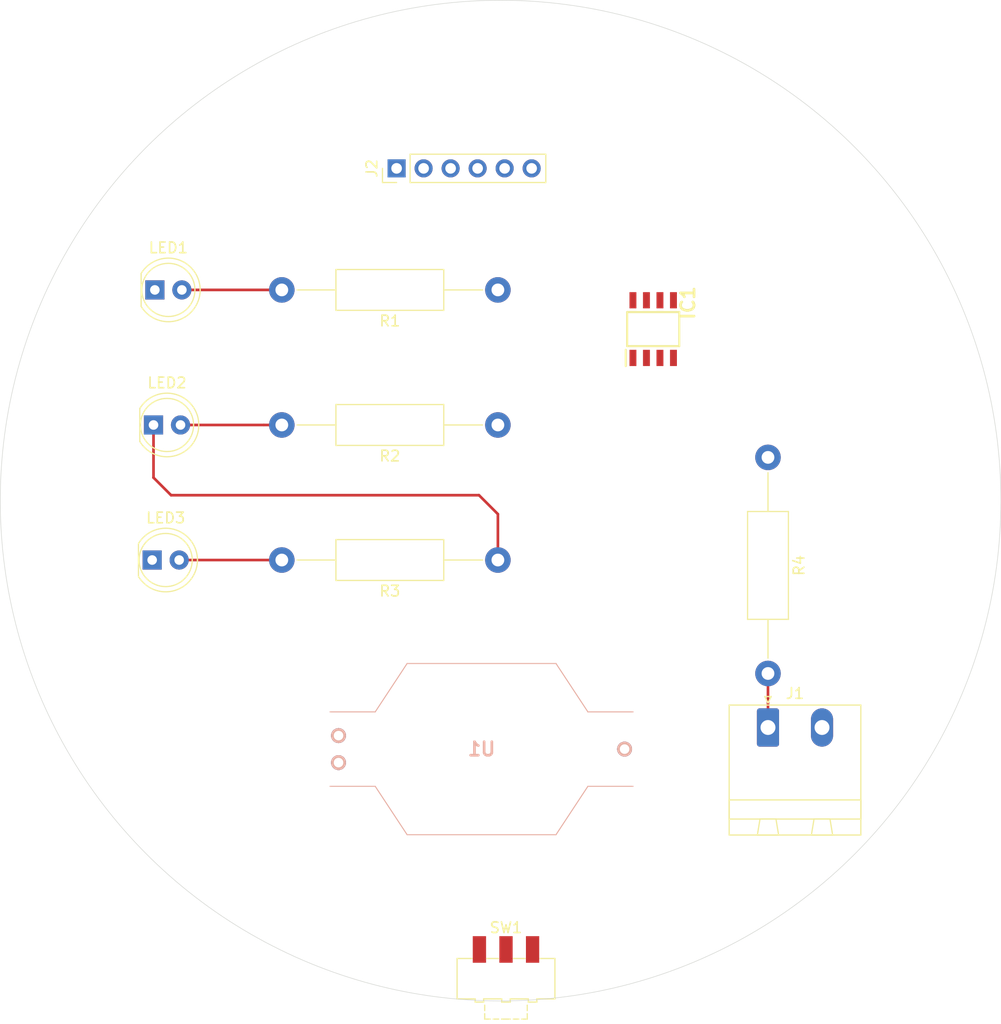
<source format=kicad_pcb>
(kicad_pcb (version 20171130) (host pcbnew "(5.1.5)-3")

  (general
    (thickness 1.6)
    (drawings 1)
    (tracks 10)
    (zones 0)
    (modules 12)
    (nets 15)
  )

  (page A4)
  (title_block
    (title Ampelschaltung)
  )

  (layers
    (0 F.Cu signal)
    (31 B.Cu signal)
    (32 B.Adhes user)
    (33 F.Adhes user)
    (34 B.Paste user)
    (35 F.Paste user)
    (36 B.SilkS user)
    (37 F.SilkS user)
    (38 B.Mask user)
    (39 F.Mask user)
    (40 Dwgs.User user)
    (41 Cmts.User user)
    (42 Eco1.User user)
    (43 Eco2.User user)
    (44 Edge.Cuts user)
    (45 Margin user)
    (46 B.CrtYd user)
    (47 F.CrtYd user)
    (48 B.Fab user)
    (49 F.Fab user)
  )

  (setup
    (last_trace_width 0.25)
    (trace_clearance 0.25)
    (zone_clearance 0.508)
    (zone_45_only no)
    (trace_min 0.25)
    (via_size 0.6)
    (via_drill 0.4)
    (via_min_size 0.4)
    (via_min_drill 0.3)
    (uvia_size 0.3)
    (uvia_drill 0.1)
    (uvias_allowed no)
    (uvia_min_size 0.2)
    (uvia_min_drill 0.1)
    (edge_width 0.05)
    (segment_width 0.2)
    (pcb_text_width 0.3)
    (pcb_text_size 1.5 1.5)
    (mod_edge_width 0.12)
    (mod_text_size 1 1)
    (mod_text_width 0.15)
    (pad_size 1.524 1.524)
    (pad_drill 0.762)
    (pad_to_mask_clearance 0.051)
    (solder_mask_min_width 0.25)
    (aux_axis_origin 0 0)
    (visible_elements 7FFFFFFF)
    (pcbplotparams
      (layerselection 0x010fc_ffffffff)
      (usegerberextensions false)
      (usegerberattributes false)
      (usegerberadvancedattributes false)
      (creategerberjobfile false)
      (excludeedgelayer true)
      (linewidth 0.100000)
      (plotframeref false)
      (viasonmask false)
      (mode 1)
      (useauxorigin false)
      (hpglpennumber 1)
      (hpglpenspeed 20)
      (hpglpendiameter 15.000000)
      (psnegative false)
      (psa4output false)
      (plotreference true)
      (plotvalue true)
      (plotinvisibletext false)
      (padsonsilk false)
      (subtractmaskfromsilk false)
      (outputformat 1)
      (mirror false)
      (drillshape 1)
      (scaleselection 1)
      (outputdirectory ""))
  )

  (net 0 "")
  (net 1 PB7-LEDs)
  (net 2 +3V3)
  (net 3 GND)
  (net 4 Conn-RST)
  (net 5 PA8-LEDs)
  (net 6 PA12-ReceivePin-kS)
  (net 7 Conn-SWDIO)
  (net 8 Conn-SWCLK)
  (net 9 PA12ReceivePin-kS)
  (net 10 Conn-SWIM)
  (net 11 "Net-(LED1-Pad2)")
  (net 12 "Net-(LED2-Pad2)")
  (net 13 "Net-(LED3-Pad2)")
  (net 14 "Net-(SW1-Pad3)")

  (net_class Default "Dies ist die voreingestellte Netzklasse."
    (clearance 0.25)
    (trace_width 0.25)
    (via_dia 0.6)
    (via_drill 0.4)
    (uvia_dia 0.3)
    (uvia_drill 0.1)
    (diff_pair_width 0.25)
    (diff_pair_gap 0.25)
    (add_net +3V3)
    (add_net Conn-RST)
    (add_net Conn-SWCLK)
    (add_net Conn-SWDIO)
    (add_net Conn-SWIM)
    (add_net GND)
    (add_net "Net-(LED1-Pad2)")
    (add_net "Net-(LED2-Pad2)")
    (add_net "Net-(LED3-Pad2)")
    (add_net "Net-(SW1-Pad3)")
    (add_net PA12-ReceivePin-kS)
    (add_net PA12ReceivePin-kS)
    (add_net PA8-LEDs)
    (add_net PB7-LEDs)
  )

  (module STM32G031J6M6:SOIC127P600X175-8N (layer F.Cu) (tedit 5EE3803F) (tstamp 5EF460FB)
    (at 156.845 92.075 90)
    (descr SO8N-A)
    (tags "Integrated Circuit")
    (path /5EE382F6)
    (attr smd)
    (fp_text reference IC1 (at 2.459999 3.264999 90) (layer F.SilkS)
      (effects (font (size 1.27 1.27) (thickness 0.254)))
    )
    (fp_text value STM32G031J6M6 (at 0 0 90) (layer F.SilkS) hide
      (effects (font (size 1.27 1.27) (thickness 0.254)))
    )
    (fp_line (start -3.475 -2.58) (end -1.95 -2.58) (layer F.SilkS) (width 0.2))
    (fp_line (start -1.6 2.45) (end -1.6 -2.45) (layer F.SilkS) (width 0.2))
    (fp_line (start 1.6 2.45) (end -1.6 2.45) (layer F.SilkS) (width 0.2))
    (fp_line (start 1.6 -2.45) (end 1.6 2.45) (layer F.SilkS) (width 0.2))
    (fp_line (start -1.6 -2.45) (end 1.6 -2.45) (layer F.SilkS) (width 0.2))
    (fp_line (start -1.95 -1.18) (end -0.68 -2.45) (layer Dwgs.User) (width 0.1))
    (fp_line (start -1.95 2.45) (end -1.95 -2.45) (layer Dwgs.User) (width 0.1))
    (fp_line (start 1.95 2.45) (end -1.95 2.45) (layer Dwgs.User) (width 0.1))
    (fp_line (start 1.95 -2.45) (end 1.95 2.45) (layer Dwgs.User) (width 0.1))
    (fp_line (start -1.95 -2.45) (end 1.95 -2.45) (layer Dwgs.User) (width 0.1))
    (fp_line (start -3.725 2.75) (end -3.725 -2.75) (layer Dwgs.User) (width 0.05))
    (fp_line (start 3.725 2.75) (end -3.725 2.75) (layer Dwgs.User) (width 0.05))
    (fp_line (start 3.725 -2.75) (end 3.725 2.75) (layer Dwgs.User) (width 0.05))
    (fp_line (start -3.725 -2.75) (end 3.725 -2.75) (layer Dwgs.User) (width 0.05))
    (pad 8 smd rect (at 2.712 -1.905 180) (size 0.65 1.525) (layers F.Cu F.Paste F.Mask)
      (net 8 Conn-SWCLK))
    (pad 7 smd rect (at 2.712 -0.635 180) (size 0.65 1.525) (layers F.Cu F.Paste F.Mask)
      (net 7 Conn-SWDIO))
    (pad 6 smd rect (at 2.712 0.635 180) (size 0.65 1.525) (layers F.Cu F.Paste F.Mask)
      (net 6 PA12-ReceivePin-kS))
    (pad 5 smd rect (at 2.712 1.905 180) (size 0.65 1.525) (layers F.Cu F.Paste F.Mask)
      (net 5 PA8-LEDs))
    (pad 4 smd rect (at -2.712 1.905 180) (size 0.65 1.525) (layers F.Cu F.Paste F.Mask)
      (net 4 Conn-RST))
    (pad 3 smd rect (at -2.712 0.635 180) (size 0.65 1.525) (layers F.Cu F.Paste F.Mask)
      (net 3 GND))
    (pad 2 smd rect (at -2.712 -0.635 180) (size 0.65 1.525) (layers F.Cu F.Paste F.Mask)
      (net 2 +3V3))
    (pad 1 smd rect (at -2.712 -1.905 180) (size 0.65 1.525) (layers F.Cu F.Paste F.Mask)
      (net 1 PB7-LEDs))
  )

  (module Connector_Phoenix_MSTB:PhoenixContact_MSTBA_2,5_2-G-5,08_1x02_P5.08mm_Horizontal (layer F.Cu) (tedit 5B785047) (tstamp 5EF4611F)
    (at 167.64 129.54)
    (descr "Generic Phoenix Contact connector footprint for: MSTBA_2,5/2-G-5,08; number of pins: 02; pin pitch: 5.08mm; Angled || order number: 1757242 12A || order number: 1923869 16A (HC)")
    (tags "phoenix_contact connector MSTBA_01x02_G_5.08mm")
    (path /5EF35B4C)
    (fp_text reference J1 (at 2.54 -3.2) (layer F.SilkS)
      (effects (font (size 1 1) (thickness 0.15)))
    )
    (fp_text value Conn_01x01 (at 2.54 11.2) (layer F.Fab)
      (effects (font (size 1 1) (thickness 0.15)))
    )
    (fp_line (start -3.65 -2.11) (end -3.65 10.11) (layer F.SilkS) (width 0.12))
    (fp_line (start -3.65 10.11) (end 8.73 10.11) (layer F.SilkS) (width 0.12))
    (fp_line (start 8.73 10.11) (end 8.73 -2.11) (layer F.SilkS) (width 0.12))
    (fp_line (start 8.73 -2.11) (end -3.65 -2.11) (layer F.SilkS) (width 0.12))
    (fp_line (start -3.54 -2) (end -3.54 10) (layer F.Fab) (width 0.1))
    (fp_line (start -3.54 10) (end 8.62 10) (layer F.Fab) (width 0.1))
    (fp_line (start 8.62 10) (end 8.62 -2) (layer F.Fab) (width 0.1))
    (fp_line (start 8.62 -2) (end -3.54 -2) (layer F.Fab) (width 0.1))
    (fp_line (start -3.65 8.61) (end -3.65 6.81) (layer F.SilkS) (width 0.12))
    (fp_line (start -3.65 6.81) (end 8.73 6.81) (layer F.SilkS) (width 0.12))
    (fp_line (start 8.73 6.81) (end 8.73 8.61) (layer F.SilkS) (width 0.12))
    (fp_line (start 8.73 8.61) (end -3.65 8.61) (layer F.SilkS) (width 0.12))
    (fp_line (start -1 10.11) (end 1 10.11) (layer F.SilkS) (width 0.12))
    (fp_line (start 1 10.11) (end 0.75 8.61) (layer F.SilkS) (width 0.12))
    (fp_line (start 0.75 8.61) (end -0.75 8.61) (layer F.SilkS) (width 0.12))
    (fp_line (start -0.75 8.61) (end -1 10.11) (layer F.SilkS) (width 0.12))
    (fp_line (start 4.08 10.11) (end 6.08 10.11) (layer F.SilkS) (width 0.12))
    (fp_line (start 6.08 10.11) (end 5.83 8.61) (layer F.SilkS) (width 0.12))
    (fp_line (start 5.83 8.61) (end 4.33 8.61) (layer F.SilkS) (width 0.12))
    (fp_line (start 4.33 8.61) (end 4.08 10.11) (layer F.SilkS) (width 0.12))
    (fp_line (start -4.04 -2.5) (end -4.04 10.5) (layer F.CrtYd) (width 0.05))
    (fp_line (start -4.04 10.5) (end 9.12 10.5) (layer F.CrtYd) (width 0.05))
    (fp_line (start 9.12 10.5) (end 9.12 -2.5) (layer F.CrtYd) (width 0.05))
    (fp_line (start 9.12 -2.5) (end -4.04 -2.5) (layer F.CrtYd) (width 0.05))
    (fp_line (start 0.3 -2.91) (end 0 -2.31) (layer F.SilkS) (width 0.12))
    (fp_line (start 0 -2.31) (end -0.3 -2.91) (layer F.SilkS) (width 0.12))
    (fp_line (start -0.3 -2.91) (end 0.3 -2.91) (layer F.SilkS) (width 0.12))
    (fp_line (start 0.95 -2) (end 0 -0.5) (layer F.Fab) (width 0.1))
    (fp_line (start 0 -0.5) (end -0.95 -2) (layer F.Fab) (width 0.1))
    (fp_text user %R (at 2.54 -1.3) (layer F.Fab)
      (effects (font (size 1 1) (thickness 0.15)))
    )
    (pad 1 thru_hole roundrect (at 0 0) (size 2.08 3.6) (drill 1.4) (layers *.Cu *.Mask) (roundrect_rratio 0.120192)
      (net 9 PA12ReceivePin-kS))
    (pad 2 thru_hole oval (at 5.08 0) (size 2.08 3.6) (drill 1.4) (layers *.Cu *.Mask))
    (model ${KISYS3DMOD}/Connector_Phoenix_MSTB.3dshapes/PhoenixContact_MSTBA_2,5_2-G-5,08_1x02_P5.08mm_Horizontal.wrl
      (at (xyz 0 0 0))
      (scale (xyz 1 1 1))
      (rotate (xyz 0 0 0))
    )
  )

  (module LED_THT:LED_D5.0mm (layer F.Cu) (tedit 5995936A) (tstamp 5EF4614D)
    (at 109.855 101.092)
    (descr "LED, diameter 5.0mm, 2 pins, http://cdn-reichelt.de/documents/datenblatt/A500/LL-504BC2E-009.pdf")
    (tags "LED diameter 5.0mm 2 pins")
    (path /5EE899FD)
    (fp_text reference LED2 (at 1.27 -3.96) (layer F.SilkS)
      (effects (font (size 1 1) (thickness 0.15)))
    )
    (fp_text value yellow (at 1.27 3.96) (layer F.Fab)
      (effects (font (size 1 1) (thickness 0.15)))
    )
    (fp_arc (start 1.27 0) (end -1.23 -1.469694) (angle 299.1) (layer F.Fab) (width 0.1))
    (fp_arc (start 1.27 0) (end -1.29 -1.54483) (angle 148.9) (layer F.SilkS) (width 0.12))
    (fp_arc (start 1.27 0) (end -1.29 1.54483) (angle -148.9) (layer F.SilkS) (width 0.12))
    (fp_circle (center 1.27 0) (end 3.77 0) (layer F.Fab) (width 0.1))
    (fp_circle (center 1.27 0) (end 3.77 0) (layer F.SilkS) (width 0.12))
    (fp_line (start -1.23 -1.469694) (end -1.23 1.469694) (layer F.Fab) (width 0.1))
    (fp_line (start -1.29 -1.545) (end -1.29 1.545) (layer F.SilkS) (width 0.12))
    (fp_line (start -1.95 -3.25) (end -1.95 3.25) (layer F.CrtYd) (width 0.05))
    (fp_line (start -1.95 3.25) (end 4.5 3.25) (layer F.CrtYd) (width 0.05))
    (fp_line (start 4.5 3.25) (end 4.5 -3.25) (layer F.CrtYd) (width 0.05))
    (fp_line (start 4.5 -3.25) (end -1.95 -3.25) (layer F.CrtYd) (width 0.05))
    (fp_text user %R (at 1.25 0) (layer F.Fab)
      (effects (font (size 0.8 0.8) (thickness 0.2)))
    )
    (pad 1 thru_hole rect (at 0 0) (size 1.8 1.8) (drill 0.9) (layers *.Cu *.Mask)
      (net 5 PA8-LEDs))
    (pad 2 thru_hole circle (at 2.54 0) (size 1.8 1.8) (drill 0.9) (layers *.Cu *.Mask)
      (net 12 "Net-(LED2-Pad2)"))
    (model ${KISYS3DMOD}/LED_THT.3dshapes/LED_D5.0mm.wrl
      (at (xyz 0 0 0))
      (scale (xyz 1 1 1))
      (rotate (xyz 0 0 0))
    )
  )

  (module LED_THT:LED_D5.0mm (layer F.Cu) (tedit 5995936A) (tstamp 5EF4615F)
    (at 109.982 88.392)
    (descr "LED, diameter 5.0mm, 2 pins, http://cdn-reichelt.de/documents/datenblatt/A500/LL-504BC2E-009.pdf")
    (tags "LED diameter 5.0mm 2 pins")
    (path /5EE8A614)
    (fp_text reference LED1 (at 1.27 -3.96) (layer F.SilkS)
      (effects (font (size 1 1) (thickness 0.15)))
    )
    (fp_text value red (at 1.27 3.96) (layer F.Fab)
      (effects (font (size 1 1) (thickness 0.15)))
    )
    (fp_arc (start 1.27 0) (end -1.23 -1.469694) (angle 299.1) (layer F.Fab) (width 0.1))
    (fp_arc (start 1.27 0) (end -1.29 -1.54483) (angle 148.9) (layer F.SilkS) (width 0.12))
    (fp_arc (start 1.27 0) (end -1.29 1.54483) (angle -148.9) (layer F.SilkS) (width 0.12))
    (fp_circle (center 1.27 0) (end 3.77 0) (layer F.Fab) (width 0.1))
    (fp_circle (center 1.27 0) (end 3.77 0) (layer F.SilkS) (width 0.12))
    (fp_line (start -1.23 -1.469694) (end -1.23 1.469694) (layer F.Fab) (width 0.1))
    (fp_line (start -1.29 -1.545) (end -1.29 1.545) (layer F.SilkS) (width 0.12))
    (fp_line (start -1.95 -3.25) (end -1.95 3.25) (layer F.CrtYd) (width 0.05))
    (fp_line (start -1.95 3.25) (end 4.5 3.25) (layer F.CrtYd) (width 0.05))
    (fp_line (start 4.5 3.25) (end 4.5 -3.25) (layer F.CrtYd) (width 0.05))
    (fp_line (start 4.5 -3.25) (end -1.95 -3.25) (layer F.CrtYd) (width 0.05))
    (fp_text user %R (at 1.25 0) (layer F.Fab)
      (effects (font (size 0.8 0.8) (thickness 0.2)))
    )
    (pad 1 thru_hole rect (at 0 0) (size 1.8 1.8) (drill 0.9) (layers *.Cu *.Mask)
      (net 1 PB7-LEDs))
    (pad 2 thru_hole circle (at 2.54 0) (size 1.8 1.8) (drill 0.9) (layers *.Cu *.Mask)
      (net 11 "Net-(LED1-Pad2)"))
    (model ${KISYS3DMOD}/LED_THT.3dshapes/LED_D5.0mm.wrl
      (at (xyz 0 0 0))
      (scale (xyz 1 1 1))
      (rotate (xyz 0 0 0))
    )
  )

  (module LED_THT:LED_D5.0mm (layer F.Cu) (tedit 5995936A) (tstamp 5EF46171)
    (at 109.728 113.792)
    (descr "LED, diameter 5.0mm, 2 pins, http://cdn-reichelt.de/documents/datenblatt/A500/LL-504BC2E-009.pdf")
    (tags "LED diameter 5.0mm 2 pins")
    (path /5EE89DD8)
    (fp_text reference LED3 (at 1.27 -3.96) (layer F.SilkS)
      (effects (font (size 1 1) (thickness 0.15)))
    )
    (fp_text value green (at 1.27 3.96) (layer F.Fab)
      (effects (font (size 1 1) (thickness 0.15)))
    )
    (fp_text user %R (at 1.25 0) (layer F.Fab)
      (effects (font (size 0.8 0.8) (thickness 0.2)))
    )
    (fp_line (start 4.5 -3.25) (end -1.95 -3.25) (layer F.CrtYd) (width 0.05))
    (fp_line (start 4.5 3.25) (end 4.5 -3.25) (layer F.CrtYd) (width 0.05))
    (fp_line (start -1.95 3.25) (end 4.5 3.25) (layer F.CrtYd) (width 0.05))
    (fp_line (start -1.95 -3.25) (end -1.95 3.25) (layer F.CrtYd) (width 0.05))
    (fp_line (start -1.29 -1.545) (end -1.29 1.545) (layer F.SilkS) (width 0.12))
    (fp_line (start -1.23 -1.469694) (end -1.23 1.469694) (layer F.Fab) (width 0.1))
    (fp_circle (center 1.27 0) (end 3.77 0) (layer F.SilkS) (width 0.12))
    (fp_circle (center 1.27 0) (end 3.77 0) (layer F.Fab) (width 0.1))
    (fp_arc (start 1.27 0) (end -1.29 1.54483) (angle -148.9) (layer F.SilkS) (width 0.12))
    (fp_arc (start 1.27 0) (end -1.29 -1.54483) (angle 148.9) (layer F.SilkS) (width 0.12))
    (fp_arc (start 1.27 0) (end -1.23 -1.469694) (angle 299.1) (layer F.Fab) (width 0.1))
    (pad 2 thru_hole circle (at 2.54 0) (size 1.8 1.8) (drill 0.9) (layers *.Cu *.Mask)
      (net 13 "Net-(LED3-Pad2)"))
    (pad 1 thru_hole rect (at 0 0) (size 1.8 1.8) (drill 0.9) (layers *.Cu *.Mask)
      (net 3 GND))
    (model ${KISYS3DMOD}/LED_THT.3dshapes/LED_D5.0mm.wrl
      (at (xyz 0 0 0))
      (scale (xyz 1 1 1))
      (rotate (xyz 0 0 0))
    )
  )

  (module Resistor_THT:R_Axial_DIN0411_L9.9mm_D3.6mm_P20.32mm_Horizontal (layer F.Cu) (tedit 5AE5139B) (tstamp 5EF46188)
    (at 142.24 101.092 180)
    (descr "Resistor, Axial_DIN0411 series, Axial, Horizontal, pin pitch=20.32mm, 1W, length*diameter=9.9*3.6mm^2")
    (tags "Resistor Axial_DIN0411 series Axial Horizontal pin pitch 20.32mm 1W length 9.9mm diameter 3.6mm")
    (path /5EE3B4D7)
    (fp_text reference R2 (at 10.16 -2.92) (layer F.SilkS)
      (effects (font (size 1 1) (thickness 0.15)))
    )
    (fp_text value "82 Ohm" (at 10.16 2.92) (layer F.Fab)
      (effects (font (size 1 1) (thickness 0.15)))
    )
    (fp_text user %R (at 10.16 0) (layer F.Fab)
      (effects (font (size 1 1) (thickness 0.15)))
    )
    (fp_line (start 21.77 -2.05) (end -1.45 -2.05) (layer F.CrtYd) (width 0.05))
    (fp_line (start 21.77 2.05) (end 21.77 -2.05) (layer F.CrtYd) (width 0.05))
    (fp_line (start -1.45 2.05) (end 21.77 2.05) (layer F.CrtYd) (width 0.05))
    (fp_line (start -1.45 -2.05) (end -1.45 2.05) (layer F.CrtYd) (width 0.05))
    (fp_line (start 18.88 0) (end 15.23 0) (layer F.SilkS) (width 0.12))
    (fp_line (start 1.44 0) (end 5.09 0) (layer F.SilkS) (width 0.12))
    (fp_line (start 15.23 -1.92) (end 5.09 -1.92) (layer F.SilkS) (width 0.12))
    (fp_line (start 15.23 1.92) (end 15.23 -1.92) (layer F.SilkS) (width 0.12))
    (fp_line (start 5.09 1.92) (end 15.23 1.92) (layer F.SilkS) (width 0.12))
    (fp_line (start 5.09 -1.92) (end 5.09 1.92) (layer F.SilkS) (width 0.12))
    (fp_line (start 20.32 0) (end 15.11 0) (layer F.Fab) (width 0.1))
    (fp_line (start 0 0) (end 5.21 0) (layer F.Fab) (width 0.1))
    (fp_line (start 15.11 -1.8) (end 5.21 -1.8) (layer F.Fab) (width 0.1))
    (fp_line (start 15.11 1.8) (end 15.11 -1.8) (layer F.Fab) (width 0.1))
    (fp_line (start 5.21 1.8) (end 15.11 1.8) (layer F.Fab) (width 0.1))
    (fp_line (start 5.21 -1.8) (end 5.21 1.8) (layer F.Fab) (width 0.1))
    (pad 2 thru_hole oval (at 20.32 0 180) (size 2.4 2.4) (drill 1.2) (layers *.Cu *.Mask)
      (net 12 "Net-(LED2-Pad2)"))
    (pad 1 thru_hole circle (at 0 0 180) (size 2.4 2.4) (drill 1.2) (layers *.Cu *.Mask)
      (net 2 +3V3))
    (model ${KISYS3DMOD}/Resistor_THT.3dshapes/R_Axial_DIN0411_L9.9mm_D3.6mm_P20.32mm_Horizontal.wrl
      (at (xyz 0 0 0))
      (scale (xyz 1 1 1))
      (rotate (xyz 0 0 0))
    )
  )

  (module Resistor_THT:R_Axial_DIN0411_L9.9mm_D3.6mm_P20.32mm_Horizontal (layer F.Cu) (tedit 5AE5139B) (tstamp 5EF4619F)
    (at 142.24 88.392 180)
    (descr "Resistor, Axial_DIN0411 series, Axial, Horizontal, pin pitch=20.32mm, 1W, length*diameter=9.9*3.6mm^2")
    (tags "Resistor Axial_DIN0411 series Axial Horizontal pin pitch 20.32mm 1W length 9.9mm diameter 3.6mm")
    (path /5EE8AD00)
    (fp_text reference R1 (at 10.16 -2.92) (layer F.SilkS)
      (effects (font (size 1 1) (thickness 0.15)))
    )
    (fp_text value "68 Ohm" (at 10.16 2.92) (layer F.Fab)
      (effects (font (size 1 1) (thickness 0.15)))
    )
    (fp_line (start 5.21 -1.8) (end 5.21 1.8) (layer F.Fab) (width 0.1))
    (fp_line (start 5.21 1.8) (end 15.11 1.8) (layer F.Fab) (width 0.1))
    (fp_line (start 15.11 1.8) (end 15.11 -1.8) (layer F.Fab) (width 0.1))
    (fp_line (start 15.11 -1.8) (end 5.21 -1.8) (layer F.Fab) (width 0.1))
    (fp_line (start 0 0) (end 5.21 0) (layer F.Fab) (width 0.1))
    (fp_line (start 20.32 0) (end 15.11 0) (layer F.Fab) (width 0.1))
    (fp_line (start 5.09 -1.92) (end 5.09 1.92) (layer F.SilkS) (width 0.12))
    (fp_line (start 5.09 1.92) (end 15.23 1.92) (layer F.SilkS) (width 0.12))
    (fp_line (start 15.23 1.92) (end 15.23 -1.92) (layer F.SilkS) (width 0.12))
    (fp_line (start 15.23 -1.92) (end 5.09 -1.92) (layer F.SilkS) (width 0.12))
    (fp_line (start 1.44 0) (end 5.09 0) (layer F.SilkS) (width 0.12))
    (fp_line (start 18.88 0) (end 15.23 0) (layer F.SilkS) (width 0.12))
    (fp_line (start -1.45 -2.05) (end -1.45 2.05) (layer F.CrtYd) (width 0.05))
    (fp_line (start -1.45 2.05) (end 21.77 2.05) (layer F.CrtYd) (width 0.05))
    (fp_line (start 21.77 2.05) (end 21.77 -2.05) (layer F.CrtYd) (width 0.05))
    (fp_line (start 21.77 -2.05) (end -1.45 -2.05) (layer F.CrtYd) (width 0.05))
    (fp_text user %R (at 10.16 0) (layer F.Fab)
      (effects (font (size 1 1) (thickness 0.15)))
    )
    (pad 1 thru_hole circle (at 0 0 180) (size 2.4 2.4) (drill 1.2) (layers *.Cu *.Mask)
      (net 2 +3V3))
    (pad 2 thru_hole oval (at 20.32 0 180) (size 2.4 2.4) (drill 1.2) (layers *.Cu *.Mask)
      (net 11 "Net-(LED1-Pad2)"))
    (model ${KISYS3DMOD}/Resistor_THT.3dshapes/R_Axial_DIN0411_L9.9mm_D3.6mm_P20.32mm_Horizontal.wrl
      (at (xyz 0 0 0))
      (scale (xyz 1 1 1))
      (rotate (xyz 0 0 0))
    )
  )

  (module Resistor_THT:R_Axial_DIN0411_L9.9mm_D3.6mm_P20.32mm_Horizontal (layer F.Cu) (tedit 5AE5139B) (tstamp 5EF461B6)
    (at 142.24 113.792 180)
    (descr "Resistor, Axial_DIN0411 series, Axial, Horizontal, pin pitch=20.32mm, 1W, length*diameter=9.9*3.6mm^2")
    (tags "Resistor Axial_DIN0411 series Axial Horizontal pin pitch 20.32mm 1W length 9.9mm diameter 3.6mm")
    (path /5EE3AF75)
    (fp_text reference R3 (at 10.16 -2.92) (layer F.SilkS)
      (effects (font (size 1 1) (thickness 0.15)))
    )
    (fp_text value "68 Ohm" (at 10.16 2.92) (layer F.Fab)
      (effects (font (size 1 1) (thickness 0.15)))
    )
    (fp_line (start 5.21 -1.8) (end 5.21 1.8) (layer F.Fab) (width 0.1))
    (fp_line (start 5.21 1.8) (end 15.11 1.8) (layer F.Fab) (width 0.1))
    (fp_line (start 15.11 1.8) (end 15.11 -1.8) (layer F.Fab) (width 0.1))
    (fp_line (start 15.11 -1.8) (end 5.21 -1.8) (layer F.Fab) (width 0.1))
    (fp_line (start 0 0) (end 5.21 0) (layer F.Fab) (width 0.1))
    (fp_line (start 20.32 0) (end 15.11 0) (layer F.Fab) (width 0.1))
    (fp_line (start 5.09 -1.92) (end 5.09 1.92) (layer F.SilkS) (width 0.12))
    (fp_line (start 5.09 1.92) (end 15.23 1.92) (layer F.SilkS) (width 0.12))
    (fp_line (start 15.23 1.92) (end 15.23 -1.92) (layer F.SilkS) (width 0.12))
    (fp_line (start 15.23 -1.92) (end 5.09 -1.92) (layer F.SilkS) (width 0.12))
    (fp_line (start 1.44 0) (end 5.09 0) (layer F.SilkS) (width 0.12))
    (fp_line (start 18.88 0) (end 15.23 0) (layer F.SilkS) (width 0.12))
    (fp_line (start -1.45 -2.05) (end -1.45 2.05) (layer F.CrtYd) (width 0.05))
    (fp_line (start -1.45 2.05) (end 21.77 2.05) (layer F.CrtYd) (width 0.05))
    (fp_line (start 21.77 2.05) (end 21.77 -2.05) (layer F.CrtYd) (width 0.05))
    (fp_line (start 21.77 -2.05) (end -1.45 -2.05) (layer F.CrtYd) (width 0.05))
    (fp_text user %R (at 10.16 0) (layer F.Fab)
      (effects (font (size 1 1) (thickness 0.15)))
    )
    (pad 1 thru_hole circle (at 0 0 180) (size 2.4 2.4) (drill 1.2) (layers *.Cu *.Mask)
      (net 5 PA8-LEDs))
    (pad 2 thru_hole oval (at 20.32 0 180) (size 2.4 2.4) (drill 1.2) (layers *.Cu *.Mask)
      (net 13 "Net-(LED3-Pad2)"))
    (model ${KISYS3DMOD}/Resistor_THT.3dshapes/R_Axial_DIN0411_L9.9mm_D3.6mm_P20.32mm_Horizontal.wrl
      (at (xyz 0 0 0))
      (scale (xyz 1 1 1))
      (rotate (xyz 0 0 0))
    )
  )

  (module Resistor_THT:R_Axial_DIN0411_L9.9mm_D3.6mm_P20.32mm_Horizontal (layer F.Cu) (tedit 5AE5139B) (tstamp 5EF461CD)
    (at 167.64 104.14 270)
    (descr "Resistor, Axial_DIN0411 series, Axial, Horizontal, pin pitch=20.32mm, 1W, length*diameter=9.9*3.6mm^2")
    (tags "Resistor Axial_DIN0411 series Axial Horizontal pin pitch 20.32mm 1W length 9.9mm diameter 3.6mm")
    (path /5EEFE0D3)
    (fp_text reference R4 (at 10.16 -2.92 90) (layer F.SilkS)
      (effects (font (size 1 1) (thickness 0.15)))
    )
    (fp_text value "1 MOhm" (at 10.16 2.92 90) (layer F.Fab)
      (effects (font (size 1 1) (thickness 0.15)))
    )
    (fp_text user %R (at 10.16 0 90) (layer F.Fab)
      (effects (font (size 1 1) (thickness 0.15)))
    )
    (fp_line (start 21.77 -2.05) (end -1.45 -2.05) (layer F.CrtYd) (width 0.05))
    (fp_line (start 21.77 2.05) (end 21.77 -2.05) (layer F.CrtYd) (width 0.05))
    (fp_line (start -1.45 2.05) (end 21.77 2.05) (layer F.CrtYd) (width 0.05))
    (fp_line (start -1.45 -2.05) (end -1.45 2.05) (layer F.CrtYd) (width 0.05))
    (fp_line (start 18.88 0) (end 15.23 0) (layer F.SilkS) (width 0.12))
    (fp_line (start 1.44 0) (end 5.09 0) (layer F.SilkS) (width 0.12))
    (fp_line (start 15.23 -1.92) (end 5.09 -1.92) (layer F.SilkS) (width 0.12))
    (fp_line (start 15.23 1.92) (end 15.23 -1.92) (layer F.SilkS) (width 0.12))
    (fp_line (start 5.09 1.92) (end 15.23 1.92) (layer F.SilkS) (width 0.12))
    (fp_line (start 5.09 -1.92) (end 5.09 1.92) (layer F.SilkS) (width 0.12))
    (fp_line (start 20.32 0) (end 15.11 0) (layer F.Fab) (width 0.1))
    (fp_line (start 0 0) (end 5.21 0) (layer F.Fab) (width 0.1))
    (fp_line (start 15.11 -1.8) (end 5.21 -1.8) (layer F.Fab) (width 0.1))
    (fp_line (start 15.11 1.8) (end 15.11 -1.8) (layer F.Fab) (width 0.1))
    (fp_line (start 5.21 1.8) (end 15.11 1.8) (layer F.Fab) (width 0.1))
    (fp_line (start 5.21 -1.8) (end 5.21 1.8) (layer F.Fab) (width 0.1))
    (pad 2 thru_hole oval (at 20.32 0 270) (size 2.4 2.4) (drill 1.2) (layers *.Cu *.Mask)
      (net 9 PA12ReceivePin-kS))
    (pad 1 thru_hole circle (at 0 0 270) (size 2.4 2.4) (drill 1.2) (layers *.Cu *.Mask)
      (net 7 Conn-SWDIO))
    (model ${KISYS3DMOD}/Resistor_THT.3dshapes/R_Axial_DIN0411_L9.9mm_D3.6mm_P20.32mm_Horizontal.wrl
      (at (xyz 0 0 0))
      (scale (xyz 1 1 1))
      (rotate (xyz 0 0 0))
    )
  )

  (module Button_Switch_SMD:SW_SPDT_CK-JS102011SAQN (layer F.Cu) (tedit 5A02FC95) (tstamp 5EF46228)
    (at 143.002 153.162)
    (descr "Sub-miniature slide switch, right-angle, http://www.ckswitches.com/media/1422/js.pdf")
    (tags "switch spdt")
    (path /5EF430FD)
    (attr smd)
    (fp_text reference SW1 (at 0 -4.8) (layer F.SilkS)
      (effects (font (size 1 1) (thickness 0.15)))
    )
    (fp_text value SW_SPDT (at 0 -2.9) (layer F.Fab)
      (effects (font (size 1 1) (thickness 0.15)))
    )
    (fp_line (start -4.5 -1.8) (end 4.5 -1.8) (layer F.Fab) (width 0.1))
    (fp_line (start 4.5 -1.8) (end 4.5 1.8) (layer F.Fab) (width 0.1))
    (fp_line (start 4.5 1.8) (end -4.4 1.8) (layer F.Fab) (width 0.1))
    (fp_line (start -4.4 1.8) (end -4.5 1.8) (layer F.Fab) (width 0.1))
    (fp_line (start -4.5 1.8) (end -4.5 1.8) (layer F.Fab) (width 0.1))
    (fp_line (start -4.5 -1.8) (end -4.5 1.8) (layer F.Fab) (width 0.1))
    (fp_line (start -4.5 1.8) (end -4.5 1.8) (layer F.Fab) (width 0.1))
    (fp_text user %R (at 0 0) (layer F.Fab)
      (effects (font (size 1 1) (thickness 0.15)))
    )
    (fp_line (start -1.5 1.8) (end -1.5 1.8) (layer F.Fab) (width 0.1))
    (fp_line (start 3.2 -1.9) (end 4.6 -1.9) (layer F.SilkS) (width 0.12))
    (fp_line (start 4.6 -1.9) (end 4.6 1.9) (layer F.SilkS) (width 0.12))
    (fp_line (start -4.6 1.9) (end -4.6 -1.9) (layer F.SilkS) (width 0.12))
    (fp_line (start -4.6 -1.9) (end -3.2 -1.9) (layer F.SilkS) (width 0.12))
    (fp_line (start 1.8 -1.9) (end 0.7 -1.9) (layer F.SilkS) (width 0.12))
    (fp_line (start 0.7 -1.9) (end 0.7 -1.9) (layer F.SilkS) (width 0.12))
    (fp_line (start -0.7 -1.9) (end -1.8 -1.9) (layer F.SilkS) (width 0.12))
    (fp_line (start -1.8 -1.9) (end -1.8 -1.9) (layer F.SilkS) (width 0.12))
    (fp_line (start 0.3 1.8) (end 0.3 2.1) (layer F.Fab) (width 0.1))
    (fp_line (start 0.3 2.1) (end -0.3 2.1) (layer F.Fab) (width 0.1))
    (fp_line (start -0.3 2.1) (end -0.3 1.8) (layer F.Fab) (width 0.1))
    (fp_line (start -0.3 1.8) (end -0.3 1.8) (layer F.Fab) (width 0.1))
    (fp_line (start -2.2 1.8) (end -2.2 2.1) (layer F.Fab) (width 0.1))
    (fp_line (start -2.2 2.1) (end -2.8 2.1) (layer F.Fab) (width 0.1))
    (fp_line (start -2.8 2.1) (end -2.8 1.8) (layer F.Fab) (width 0.1))
    (fp_line (start -2.8 1.8) (end -2.8 1.8) (layer F.Fab) (width 0.1))
    (fp_line (start 2.2 1.8) (end 2.2 2.1) (layer F.Fab) (width 0.1))
    (fp_line (start 2.2 2.1) (end 2.8 2.1) (layer F.Fab) (width 0.1))
    (fp_line (start 2.8 2.1) (end 2.8 1.8) (layer F.Fab) (width 0.1))
    (fp_line (start 2.8 1.8) (end 2.8 1.8) (layer F.Fab) (width 0.1))
    (fp_line (start 4.6 1.9) (end 2.9 1.9) (layer F.SilkS) (width 0.12))
    (fp_line (start 2.9 1.9) (end 2.9 2.2) (layer F.SilkS) (width 0.12))
    (fp_line (start 2.9 2.2) (end 2.1 2.2) (layer F.SilkS) (width 0.12))
    (fp_line (start 2.1 2.2) (end 2.1 1.9) (layer F.SilkS) (width 0.12))
    (fp_line (start 2.1 1.9) (end 0.4 1.9) (layer F.SilkS) (width 0.12))
    (fp_line (start 0.4 1.9) (end 0.4 2.2) (layer F.SilkS) (width 0.12))
    (fp_line (start 0.4 2.2) (end -0.4 2.2) (layer F.SilkS) (width 0.12))
    (fp_line (start -0.4 2.2) (end -0.4 1.9) (layer F.SilkS) (width 0.12))
    (fp_line (start -0.4 1.9) (end -2.1 1.9) (layer F.SilkS) (width 0.12))
    (fp_line (start -2.1 1.9) (end -2.1 2.2) (layer F.SilkS) (width 0.12))
    (fp_line (start -2.1 2.2) (end -2.9 2.2) (layer F.SilkS) (width 0.12))
    (fp_line (start -2.9 2.2) (end -2.9 1.9) (layer F.SilkS) (width 0.12))
    (fp_line (start -2.9 1.9) (end -4.6 1.9) (layer F.SilkS) (width 0.12))
    (fp_line (start -4.6 1.9) (end -4.6 1.9) (layer F.SilkS) (width 0.12))
    (fp_line (start -0.5 1.8) (end -0.5 3.8) (layer F.Fab) (width 0.1))
    (fp_line (start -0.5 3.8) (end -2 3.8) (layer F.Fab) (width 0.1))
    (fp_line (start -2 3.8) (end -2 1.8) (layer F.Fab) (width 0.1))
    (fp_line (start -2 1.8) (end -2 1.8) (layer F.Fab) (width 0.1))
    (fp_line (start -5 -2.25) (end -5 2.25) (layer F.CrtYd) (width 0.05))
    (fp_line (start -5 2.25) (end -3.25 2.25) (layer F.CrtYd) (width 0.05))
    (fp_line (start -3.25 2.25) (end -3.25 2.75) (layer F.CrtYd) (width 0.05))
    (fp_line (start -3.25 2.75) (end -2.5 2.75) (layer F.CrtYd) (width 0.05))
    (fp_line (start -2.5 2.75) (end -2.5 4.25) (layer F.CrtYd) (width 0.05))
    (fp_line (start -2.5 4.25) (end 2.5 4.25) (layer F.CrtYd) (width 0.05))
    (fp_line (start 2.5 4.25) (end 2.5 2.5) (layer F.CrtYd) (width 0.05))
    (fp_line (start 2.5 2.5) (end 3.25 2.5) (layer F.CrtYd) (width 0.05))
    (fp_line (start 3.25 2.5) (end 3.25 2.25) (layer F.CrtYd) (width 0.05))
    (fp_line (start 3.25 2.25) (end 5 2.25) (layer F.CrtYd) (width 0.05))
    (fp_line (start 5 2.25) (end 5 -2.25) (layer F.CrtYd) (width 0.05))
    (fp_line (start 5 -2.25) (end 3.5 -2.25) (layer F.CrtYd) (width 0.05))
    (fp_line (start 3.5 -2.25) (end 3.5 -4.5) (layer F.CrtYd) (width 0.05))
    (fp_line (start 3.5 -4.5) (end -3.5 -4.5) (layer F.CrtYd) (width 0.05))
    (fp_line (start -3.5 -4.5) (end -3.5 -2.25) (layer F.CrtYd) (width 0.05))
    (fp_line (start -3.5 -2.25) (end -5 -2.25) (layer F.CrtYd) (width 0.05))
    (fp_line (start -5 -2.25) (end -5 -2.25) (layer F.CrtYd) (width 0.05))
    (fp_line (start -2 3.8) (end -2 3.3) (layer F.SilkS) (width 0.12))
    (fp_line (start -2 3.3) (end -2 3.3) (layer F.SilkS) (width 0.12))
    (fp_line (start -2 3.8) (end -1.5 3.8) (layer F.SilkS) (width 0.12))
    (fp_line (start -1.5 3.8) (end -1.5 3.8) (layer F.SilkS) (width 0.12))
    (fp_line (start 2 3.8) (end 1.5 3.8) (layer F.SilkS) (width 0.12))
    (fp_line (start 1.5 3.8) (end 1.5 3.8) (layer F.SilkS) (width 0.12))
    (fp_line (start 2 3.8) (end 2 3.3) (layer F.SilkS) (width 0.12))
    (fp_line (start 2 3.3) (end 2 3.3) (layer F.SilkS) (width 0.12))
    (fp_line (start 2 3) (end 2 2.5) (layer F.SilkS) (width 0.12))
    (fp_line (start 2 2.5) (end 2 2.5) (layer F.SilkS) (width 0.12))
    (fp_line (start -2 3) (end -2 2.5) (layer F.SilkS) (width 0.12))
    (fp_line (start -2 2.5) (end -2 2.5) (layer F.SilkS) (width 0.12))
    (fp_line (start -1.2 3.8) (end -0.7 3.8) (layer F.SilkS) (width 0.12))
    (fp_line (start -0.7 3.8) (end -0.7 3.8) (layer F.SilkS) (width 0.12))
    (fp_line (start 1.2 3.8) (end 0.7 3.8) (layer F.SilkS) (width 0.12))
    (fp_line (start 0.7 3.8) (end 0.7 3.8) (layer F.SilkS) (width 0.12))
    (fp_line (start 0.4 3.8) (end -0.4 3.8) (layer F.SilkS) (width 0.12))
    (fp_line (start -0.4 3.8) (end -0.4 3.8) (layer F.SilkS) (width 0.12))
    (pad 1 smd rect (at -2.5 -2.75) (size 1.25 2.5) (layers F.Cu F.Paste F.Mask)
      (net 7 Conn-SWDIO))
    (pad 2 smd rect (at 0 -2.75) (size 1.25 2.5) (layers F.Cu F.Paste F.Mask)
      (net 2 +3V3))
    (pad 3 smd rect (at 2.5 -2.75) (size 1.25 2.5) (layers F.Cu F.Paste F.Mask)
      (net 14 "Net-(SW1-Pad3)"))
    (pad "" np_thru_hole circle (at -3.4 0) (size 0.9 0.9) (drill 0.9) (layers *.Cu *.Mask))
    (pad "" np_thru_hole circle (at 3.4 0) (size 0.9 0.9) (drill 0.9) (layers *.Cu *.Mask))
    (model ${KISYS3DMOD}/Button_Switch_SMD.3dshapes/SW_SPDT_CK-JS102011SAQN.wrl
      (at (xyz 0 0 0))
      (scale (xyz 1 1 1))
      (rotate (xyz 0 0 0))
    )
  )

  (module HU2032-LF:HU2032LF (layer B.Cu) (tedit 5EF3A910) (tstamp 5EF4624D)
    (at 127.254 132.842)
    (descr HU2032-LF-3)
    (tags "Undefined or Miscellaneous")
    (path /5EF3D88A)
    (fp_text reference U1 (at 13.45 -1.27) (layer B.SilkS)
      (effects (font (size 1.27 1.27) (thickness 0.254)) (justify mirror))
    )
    (fp_text value HU2032-LF (at 13.45 -1.27) (layer B.SilkS) hide
      (effects (font (size 1.27 1.27) (thickness 0.254)) (justify mirror))
    )
    (fp_line (start -1.8 9.73) (end 28.7 9.73) (layer Dwgs.User) (width 0.1))
    (fp_line (start 28.7 9.73) (end 28.7 -12.27) (layer Dwgs.User) (width 0.1))
    (fp_line (start 28.7 -12.27) (end -1.8 -12.27) (layer Dwgs.User) (width 0.1))
    (fp_line (start -1.8 -12.27) (end -1.8 9.73) (layer Dwgs.User) (width 0.1))
    (fp_line (start 3.45 -1.27) (end 3.45 -1.27) (layer Dwgs.User) (width 0.2))
    (fp_line (start 23.45 -1.27) (end 23.45 -1.27) (layer Dwgs.User) (width 0.2))
    (fp_line (start -0.8 2.23) (end -0.8 -4.77) (layer Dwgs.User) (width 0.2))
    (fp_line (start 27.7 2.23) (end 27.7 -4.77) (layer Dwgs.User) (width 0.2))
    (fp_line (start 6.45 6.78) (end 20.45 6.78) (layer Dwgs.User) (width 0.2))
    (fp_line (start 6.45 -9.32) (end 20.45 -9.32) (layer Dwgs.User) (width 0.2))
    (fp_line (start 6.45 6.78) (end 3.45 2.23) (layer Dwgs.User) (width 0.2))
    (fp_line (start 6.45 -9.32) (end 3.45 -4.77) (layer Dwgs.User) (width 0.2))
    (fp_line (start 20.45 -9.32) (end 23.45 -4.77) (layer Dwgs.User) (width 0.2))
    (fp_line (start 20.45 6.78) (end 23.45 2.23) (layer Dwgs.User) (width 0.2))
    (fp_line (start 3.45 2.23) (end -0.8 2.23) (layer Dwgs.User) (width 0.2))
    (fp_line (start -0.8 -4.77) (end 3.45 -4.77) (layer Dwgs.User) (width 0.2))
    (fp_line (start 27.7 -4.77) (end 23.45 -4.77) (layer Dwgs.User) (width 0.2))
    (fp_line (start 27.7 2.23) (end 23.45 2.23) (layer Dwgs.User) (width 0.2))
    (fp_line (start -0.8 2.23) (end 3.45 2.23) (layer B.SilkS) (width 0.1))
    (fp_line (start 3.45 2.23) (end 6.45 6.78) (layer B.SilkS) (width 0.1))
    (fp_line (start 6.45 6.78) (end 20.45 6.78) (layer B.SilkS) (width 0.1))
    (fp_line (start 20.45 6.78) (end 23.45 2.23) (layer B.SilkS) (width 0.1))
    (fp_line (start 23.45 2.23) (end 27.7 2.23) (layer B.SilkS) (width 0.1))
    (fp_line (start -0.8 -4.77) (end 3.45 -4.77) (layer B.SilkS) (width 0.1))
    (fp_line (start 3.45 -4.77) (end 6.45 -9.32) (layer B.SilkS) (width 0.1))
    (fp_line (start 6.45 -9.32) (end 20.45 -9.32) (layer B.SilkS) (width 0.1))
    (fp_line (start 20.45 -9.32) (end 23.45 -4.77) (layer B.SilkS) (width 0.1))
    (fp_line (start 23.45 -4.77) (end 27.7 -4.77) (layer B.SilkS) (width 0.1))
    (fp_arc (start 13.45 -1.27) (end 3.45 -1.27) (angle 180) (layer Dwgs.User) (width 0.2))
    (fp_arc (start 13.45 -1.27) (end 23.45 -1.27) (angle 180) (layer Dwgs.User) (width 0.2))
    (pad 1 thru_hole circle (at 0 0 270) (size 1.4 1.4) (drill 0.9) (layers *.Cu *.Mask B.SilkS)
      (net 3 GND))
    (pad 2 thru_hole circle (at 0 -2.54 270) (size 1.4 1.4) (drill 0.9) (layers *.Cu *.Mask B.SilkS)
      (net 3 GND))
    (pad 3 thru_hole circle (at 26.9 -1.27 270) (size 1.4 1.4) (drill 0.9) (layers *.Cu *.Mask B.SilkS)
      (net 2 +3V3))
  )

  (module Connector_PinHeader_2.54mm:PinHeader_1x06_P2.54mm_Vertical (layer F.Cu) (tedit 59FED5CC) (tstamp 5EF9C4DA)
    (at 132.715 76.962 90)
    (descr "Through hole straight pin header, 1x06, 2.54mm pitch, single row")
    (tags "Through hole pin header THT 1x06 2.54mm single row")
    (path /5EF9CAFA)
    (fp_text reference J2 (at 0 -2.33 90) (layer F.SilkS)
      (effects (font (size 1 1) (thickness 0.15)))
    )
    (fp_text value Conn_01x06_Male (at 0 15.03 90) (layer F.Fab)
      (effects (font (size 1 1) (thickness 0.15)))
    )
    (fp_line (start -0.635 -1.27) (end 1.27 -1.27) (layer F.Fab) (width 0.1))
    (fp_line (start 1.27 -1.27) (end 1.27 13.97) (layer F.Fab) (width 0.1))
    (fp_line (start 1.27 13.97) (end -1.27 13.97) (layer F.Fab) (width 0.1))
    (fp_line (start -1.27 13.97) (end -1.27 -0.635) (layer F.Fab) (width 0.1))
    (fp_line (start -1.27 -0.635) (end -0.635 -1.27) (layer F.Fab) (width 0.1))
    (fp_line (start -1.33 14.03) (end 1.33 14.03) (layer F.SilkS) (width 0.12))
    (fp_line (start -1.33 1.27) (end -1.33 14.03) (layer F.SilkS) (width 0.12))
    (fp_line (start 1.33 1.27) (end 1.33 14.03) (layer F.SilkS) (width 0.12))
    (fp_line (start -1.33 1.27) (end 1.33 1.27) (layer F.SilkS) (width 0.12))
    (fp_line (start -1.33 0) (end -1.33 -1.33) (layer F.SilkS) (width 0.12))
    (fp_line (start -1.33 -1.33) (end 0 -1.33) (layer F.SilkS) (width 0.12))
    (fp_line (start -1.8 -1.8) (end -1.8 14.5) (layer F.CrtYd) (width 0.05))
    (fp_line (start -1.8 14.5) (end 1.8 14.5) (layer F.CrtYd) (width 0.05))
    (fp_line (start 1.8 14.5) (end 1.8 -1.8) (layer F.CrtYd) (width 0.05))
    (fp_line (start 1.8 -1.8) (end -1.8 -1.8) (layer F.CrtYd) (width 0.05))
    (fp_text user %R (at 0 6.35) (layer F.Fab)
      (effects (font (size 1 1) (thickness 0.15)))
    )
    (pad 1 thru_hole rect (at 0 0 90) (size 1.7 1.7) (drill 1) (layers *.Cu *.Mask)
      (net 4 Conn-RST))
    (pad 2 thru_hole oval (at 0 2.54 90) (size 1.7 1.7) (drill 1) (layers *.Cu *.Mask)
      (net 7 Conn-SWDIO))
    (pad 3 thru_hole oval (at 0 5.08 90) (size 1.7 1.7) (drill 1) (layers *.Cu *.Mask)
      (net 2 +3V3))
    (pad 4 thru_hole oval (at 0 7.62 90) (size 1.7 1.7) (drill 1) (layers *.Cu *.Mask)
      (net 3 GND))
    (pad 5 thru_hole oval (at 0 10.16 90) (size 1.7 1.7) (drill 1) (layers *.Cu *.Mask)
      (net 10 Conn-SWIM))
    (pad 6 thru_hole oval (at 0 12.7 90) (size 1.7 1.7) (drill 1) (layers *.Cu *.Mask)
      (net 8 Conn-SWCLK))
    (model ${KISYS3DMOD}/Connector_PinHeader_2.54mm.3dshapes/PinHeader_1x06_P2.54mm_Vertical.wrl
      (at (xyz 0 0 0))
      (scale (xyz 1 1 1))
      (rotate (xyz 0 0 0))
    )
  )

  (gr_circle (center 142.494 108.204) (end 171.45 145.288) (layer Edge.Cuts) (width 0.05))

  (segment (start 109.855 101.092) (end 109.855 106.045) (width 0.25) (layer F.Cu) (net 5))
  (segment (start 109.855 106.045) (end 111.506 107.696) (width 0.25) (layer F.Cu) (net 5))
  (segment (start 111.506 107.696) (end 140.462 107.696) (width 0.25) (layer F.Cu) (net 5))
  (segment (start 142.24 109.474) (end 142.24 113.792) (width 0.25) (layer F.Cu) (net 5))
  (segment (start 140.462 107.696) (end 142.24 109.474) (width 0.25) (layer F.Cu) (net 5))
  (segment (start 167.64 129.54) (end 167.64 124.46) (width 0.25) (layer F.Cu) (net 9))
  (segment (start 112.522 88.392) (end 121.92 88.392) (width 0.25) (layer F.Cu) (net 11))
  (segment (start 120.222944 101.092) (end 112.395 101.092) (width 0.25) (layer F.Cu) (net 12))
  (segment (start 121.92 101.092) (end 120.222944 101.092) (width 0.25) (layer F.Cu) (net 12))
  (segment (start 121.92 113.792) (end 112.268 113.792) (width 0.25) (layer F.Cu) (net 13))

)

</source>
